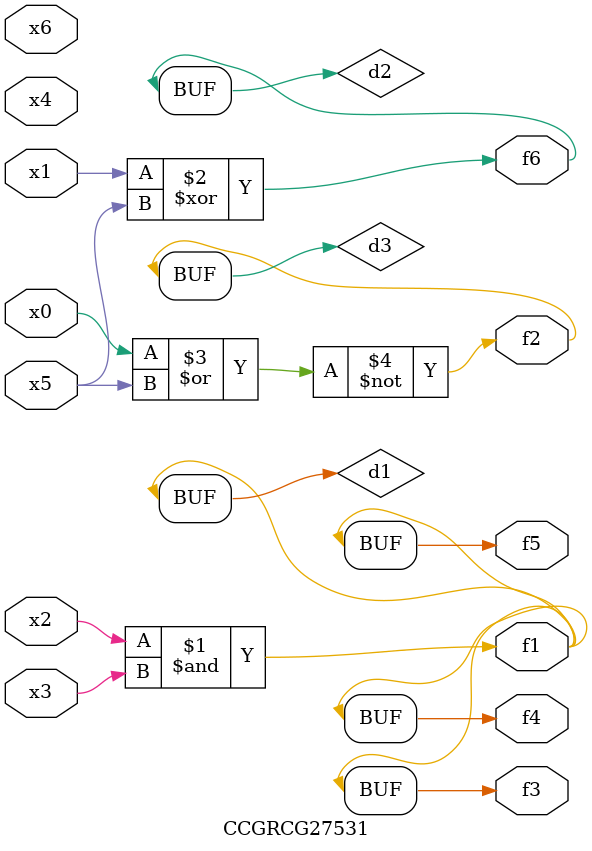
<source format=v>
module CCGRCG27531(
	input x0, x1, x2, x3, x4, x5, x6,
	output f1, f2, f3, f4, f5, f6
);

	wire d1, d2, d3;

	and (d1, x2, x3);
	xor (d2, x1, x5);
	nor (d3, x0, x5);
	assign f1 = d1;
	assign f2 = d3;
	assign f3 = d1;
	assign f4 = d1;
	assign f5 = d1;
	assign f6 = d2;
endmodule

</source>
